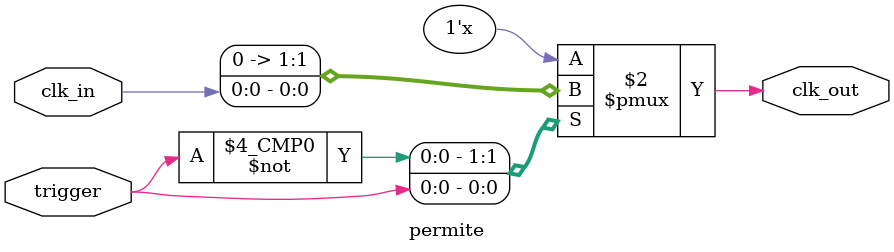
<source format=sv>
`timescale 1ns / 1ps

module topmulti (
  input wire reset, 
	input wire CLOCK_50,	//board clock: 50MHz
	output wire VGA_HS,		//horizontal sync out
	output wire VGA_VS,		//vertical sync out
	output reg [3:0] VGA_R,	//red vga output
	output reg [3:0] VGA_G, //green vga output
	output reg [3:0] VGA_B	//blue vga output
	);

	logic CLOCK_25;
  
  //Para Mips1
  logic         memwrite;
  logic [31:0]  adr;
  logic [31:0]  writedata;
  logic [31:0]  readdata;
  
  //Para Mips2
  logic        memwrite2;
  logic [31:0] adr2;
  logic [31:0] writedata2;
  logic [31:0] readdata2;
  
  //Para video
  logic [31:0] vdatar;
  logic [31:0] vdatag;
  logic [31:0] vdatab;
  logic [31:0] vadr;

  //Declaracoes para fios dos mux mxm1, mxm2, mxm3
  
  //Declaracoes mxm1
  logic     	  out_we1;
  logic [31:0]    out_a1;
  logic [31:0]    out_wd1;

  //Declaracoes mxm2
  logic           out_we2;
  logic [31:0]    out_a2;
  logic [31:0]    out_wd2;

  //Declaracoes mxm3
  logic           out_we3;
  logic [31:0]    out_a3;
  logic [31:0]    out_wd3;

  
  //Declaracoes muxin1
  logic [31:0]   out_rd1;
  logic [31:0]   readdatav;

  //Declaracoes muxin2
  logic [31:0]   out_rd2;
  

  //Declaracoes para juiz
  logic           clk_out1;
  logic           clk_out2;
  logic           trg1;
  logic           trg2;

  
	clockdiv cd(
	.clr(reset),
	.clk(CLOCK_50),
	.dclk(CLOCK_25)
	);
	
	vga640x480 vd(
	.clr(reset),
	.dclk(CLOCK_25),
	.vdatar(vdatar),
	.vdatag(vdatag),
	.vdatab(vdatab),
	.vadr(vadr),
	.hsync(VGA_HS),
	.vsync(VGA_VS),
	.red(VGA_R),
	.green(VGA_G),
	.blue(VGA_B)
	); 

  
  /*
  module mips(input  logic        clk, reset,
            output logic [31:0] adr, writedata,
            output logic        memwrite,
            input  logic [31:0] readdata);
  */
  
  //Microprocessor (control & datapath) - para mips1
  mips mips1(
			 CLOCK_25, 
			 reset, 
			 adr, 
			 writedata, 
			 memwrite, 
			 out_rd1,
			 mips1out
			 );
			 
  /*
  module memMips1( input  logic        clk, we,
      input  logic [31:0] a,
      input  logic [31:0] wd, 
      output logic [31:0] rd);
  */
  
  //Memoria para mips1 
  memMips1 mem1(CLOCK_25,   
                out_we1,  
                out_a1,   
                out_wd1,   
                readdata
				);

  // microprocessor (control & datapath) - para mips2
  mips mips2(CLOCK_25,   
             reset,       
             adr2,        
             writedata2,   
             memwrite2,     
             out_rd2,
			 mips2out
			 );
    
  /*module memMips2( input  logic        clk, we,
      input  logic [31:0] a,
      input  logic [31:0] wd, 
      output logic [31:0] rd);
  */
  //Memoria para mips2
  memMips2 mem2(CLOCK_25,     
                out_we2,     
                out_a2,     
                out_wd2,    
                readdata2);

  /*
  module memVideo(	input  logic        clk, we,
			input  logic [31:0] a,
			input  logic [31:0] wd,
			output logic [31:0] rd,
			input  logic [31:0] va,
			output logic [31:0] vdr,
			output logic [31:0] vdg,
			output logic [31:0] vdb);
  */
  
  //Memoria de video
  memVideo mem(CLOCK_25, 
              out_we3, 
              out_a3, 
              out_wd3, 
              readdatav, 
              vadr, 
              vdatar, 
              vdatag, 
              vdatab);

  /*
  module muxmemoria(  input  logic          s,
                    //Sinais vindo do mips1
                    input  logic          we1,
                    input  logic [31:0]   a1,
                    input  logic [31:0]   wd1,
                    //sinais vindo do mips 2
                    input  logic          we2,
                    input  logic [31:0]   a2,
                    input  logic [31:0]   wd2,
                    //saidas 
                    output  logic         out_we,
                    output  logic [31:0]  out_a,
                    output  logic [31:0]  out_wd);
  */

  //Mux seletor que recebe como prioridade o mips1
  muxmemoria mxm1({adr[6], adr2[6]}, 
				   //
                   memwrite, 
                   adr, 
                   writedata, 
                   //
                   memwrite2, 
                   adr2, 
                   writedata2, 
                   //
                   out_we1, 
                   out_a1, 
                   out_wd1);

  /*
  
  module muxmemoria(  input  logic [1:0]          s,
                    //Sinais vindo do mips1
                    input  logic          we1,
                    input  logic [31:0]   a1,
                    input  logic [31:0]   wd1,
                    //sinais vindo do mips 2
                    input  logic          we2,
                    input  logic [31:0]   a2,
                    input  logic [31:0]   wd2,
                    //saidas 
                    output  logic         out_we,
                    output  logic [31:0]  out_a,
                    output  logic [31:0]  out_wd);
  
  */
  //Mux seletor que recebe como prioridade o mips2
  muxmemoria mxm2({adr2[6], adr[6]},
                  // 
                  memwrite2, 
                  adr2, 
                  writdata2,
                  // 
                  memwrite, 
                  adr, 
                  writedata, 
                  //
                  out_we2, 
                  out_a2, 
                  out_wd2);

  //Mux para video, adotado como prioridade a execucao do mips1
  muxmemoria mxm3({adr[6], adr2[7]}, 
                   //
                   memwrite, 
                   adr, 
                   writedata,
                   // 
                   memwrite2, 
                   adr2, 
                   writedata2, 
                   //
                   out_we3, 
                   out_a3, 
                   out_wd3);

  /*
module muxmemin( input  logic [1:0]       s,
                //entrada vinda do mips1
                input  logic  [31:0]      rd1,
                //entrada vinda do mips2
                input  logic  [31:0]      rd2,
				//entrada do video
				input logic	  [31:0]      rdv,
                //saida 
                output  logic  [31:0]     out_rd);   

  */

  //Mux para o sinal readdata que retorna ao mips1
  muxmemin muxin1({adr[6], adr[7]}, 
                  readdata, 
                  readdata2,
				  readdatav,
                  out_rd1);

  //Mux para o sinal readdata que retorna ao mips2
  muxmemin muxin2({adr2[6], adr2[7]},    
                   readdata2, 
                   readdata, 
                   out_rd2);

  /*
module juiz( input  logic     s,
             output logic     mips1out,
             output logic     mips2out);
  */

  //Juiz para decidir qual pode executar
  juiz julga({adr[6], adr2[6]}, 
              trg1, 
              trg2);

  /*
module permite( 
                input  logic  clk_in,
                input  logic     trigger,
                output logic     clk_out
              );
  */

  //Interrupcao ou execucao do clock no mips1
  /*permite p1(CLOCK_25, 
             trg1, 
             clk_out1);

  //Interrupcao ou execucao do clock no mips2
  permite p2(CLOCK_25, 
             trg2, 
             clk_out2);*/

endmodule

module muxmemoria(  input  logic [1:0]          s,
                    //Sinais vindo do mips1
                    input  logic          we1,
                    input  logic [31:0]   a1,
                    input  logic [31:0]   wd1,
                    //sinais vindo do mips 2
                    input  logic          we2,
                    input  logic [31:0]   a2,
                    input  logic [31:0]   wd2,
                    //saidas 
                    output  logic         out_we,
                    output  logic [31:0]  out_a,
                    output  logic [31:0]  out_wd);

          
              always_comb
              case(s)
                2'b00:
                  begin
                    out_we <= 0;
                    out_a  <= 0;
                    out_wd <= 0;
                  end
                2'b01:
                  begin
                    out_we <= we2;
                    out_a  <= a2;
                    out_wd <= wd2;
                  end
                2'b10:
                  begin
                    out_we <= we1;
                    out_a  <= a1;
                    out_wd <= wd1;
                  end
						2'b11:
                  begin
                    out_we <= we1;
                    out_a  <= a1;
                    out_wd <= wd1;
                  end
              endcase
        endmodule

module muxmemin( input  logic [1:0]       s,
                //entrada vinda do mips1
                input  logic  [31:0]      rd1,
                //entrada vinda do mips2
                input  logic  [31:0]      rd2,
				//entrada do video
				input logic	  [31:0]      rdv,
                //saida 
                output  logic  [31:0]     out_rd);   
          
        always_comb
          case(s)
          2'b00:
            begin
              out_rd <= 0;
            end
          2'b01:
           begin
              out_rd <= rd2;
           end
          2'b10:
            begin
              out_rd <= rd1;
          end
		  2'b11:
            begin
              out_rd <= rd1;
          end
        endcase
endmodule



module juiz( 	 input  logic [1:0]     s,
				 output logic     mips1out,
				 output logic     mips2out); 
				 

              always_comb
                case(s)
                2'b11:
                  begin
                    mips1out <= 1;
                    mips2out <= 0;
                  end
				    2'b10:
                  begin
                    mips1out <= 1;
                    mips2out <= 0;
                  end
                2'b01:
                  begin
                    mips1out <= 0;
                    mips2out <= 1;
                  end
                2'b00:
                  begin
                    mips1out <= 0;
                    mips2out <= 0;
                  end
                
                endcase
endmodule



module permite( 
                input  logic  	 clk_in,
                input  logic     trigger,
                output logic     clk_out
              );

             always_comb
             case(trigger)
             1'b0:
                begin
                  clk_out <= 0;
                end
             1'b1:
                begin
                  clk_out <= clk_in;
                end
				 endcase
endmodule


</source>
